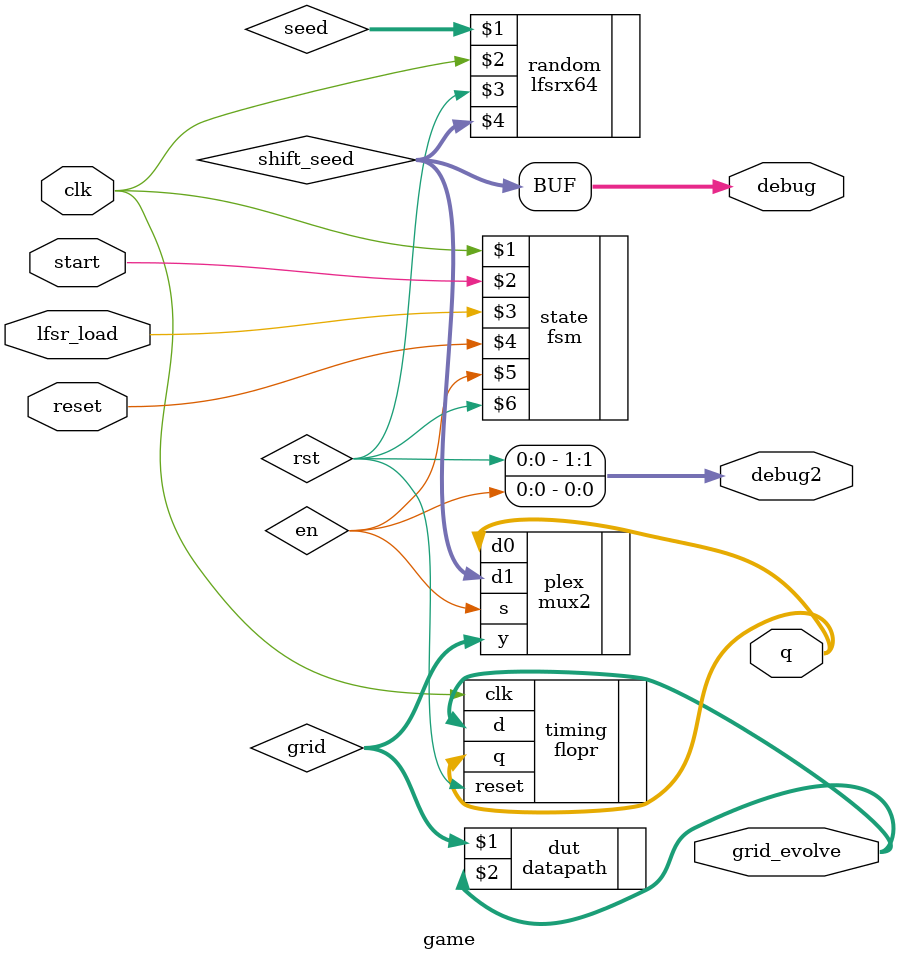
<source format=sv>
module game(clk, reset, lfsr_load, start, q, grid_evolve, debug, debug2);
    input logic clk, reset, lfsr_load, start;

    output logic [63:0] q;
    output logic [63:0] grid_evolve;
    output logic [63:0] debug;
    output logic [1:0] debug2;

    logic [63:0] shift_seed, grid;
    logic rst, en;
    logic [63:0] seed, d;

    fsm state(clk, start, lfsr_load, reset, en, rst);

    assign debug2[0] = en;
    assign debug2[1] = rst;

    lfsrx64 random(seed, clk, rst, shift_seed);

    assign debug = shift_seed;

    mux2 #(64) plex (
        .d0(q),
        .d1(shift_seed),
        .s(en),
        .y(grid)
    );

    datapath dut(grid, grid_evolve);

    flopr #(64) timing (
        .clk(clk),
        .reset(rst),
        .d(grid_evolve),
        .q(q)
    );
endmodule
</source>
